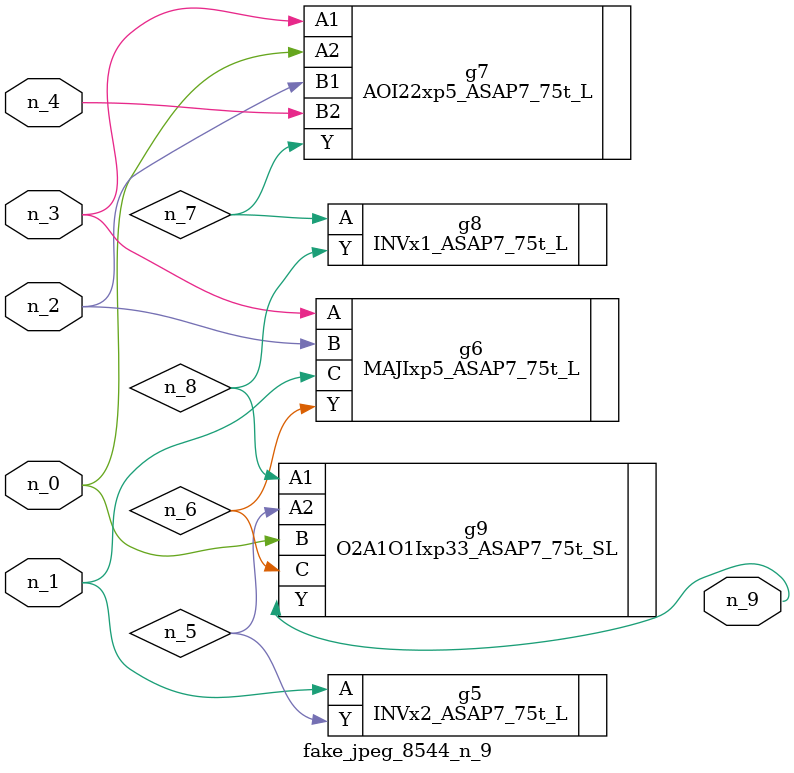
<source format=v>
module fake_jpeg_8544_n_9 (n_3, n_2, n_1, n_0, n_4, n_9);

input n_3;
input n_2;
input n_1;
input n_0;
input n_4;

output n_9;

wire n_8;
wire n_6;
wire n_5;
wire n_7;

INVx2_ASAP7_75t_L g5 ( 
.A(n_1),
.Y(n_5)
);

MAJIxp5_ASAP7_75t_L g6 ( 
.A(n_3),
.B(n_2),
.C(n_1),
.Y(n_6)
);

AOI22xp5_ASAP7_75t_L g7 ( 
.A1(n_3),
.A2(n_0),
.B1(n_2),
.B2(n_4),
.Y(n_7)
);

INVx1_ASAP7_75t_L g8 ( 
.A(n_7),
.Y(n_8)
);

O2A1O1Ixp33_ASAP7_75t_SL g9 ( 
.A1(n_8),
.A2(n_5),
.B(n_0),
.C(n_6),
.Y(n_9)
);


endmodule
</source>
